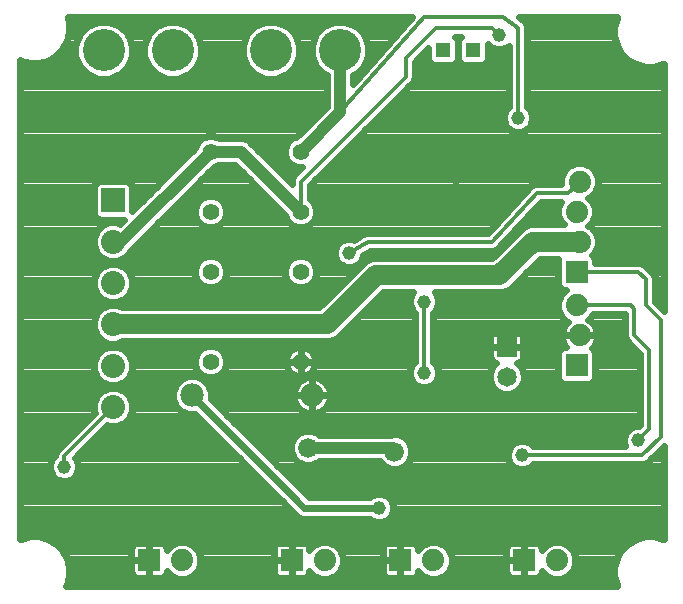
<source format=gbl>
G75*
%MOIN*%
%OFA0B0*%
%FSLAX24Y24*%
%IPPOS*%
%LPD*%
%AMOC8*
5,1,8,0,0,1.08239X$1,22.5*
%
%ADD10C,0.0780*%
%ADD11R,0.0800X0.0800*%
%ADD12C,0.0800*%
%ADD13C,0.1400*%
%ADD14R,0.0515X0.0515*%
%ADD15C,0.0554*%
%ADD16R,0.0740X0.0740*%
%ADD17C,0.0740*%
%ADD18R,0.0650X0.0650*%
%ADD19C,0.0650*%
%ADD20C,0.0240*%
%ADD21C,0.0460*%
%ADD22C,0.0120*%
%ADD23C,0.0660*%
%ADD24C,0.0400*%
%ADD25C,0.0660*%
D10*
X006475Y007100D03*
X010475Y007100D03*
D11*
X003850Y013600D03*
D12*
X003850Y012222D03*
X003850Y010844D03*
X003850Y009466D03*
X003850Y008088D03*
X003850Y006710D03*
D13*
X003538Y018600D03*
X005838Y018600D03*
X009112Y018600D03*
X011412Y018600D03*
D14*
X014850Y018600D03*
X015850Y018600D03*
D15*
X010100Y015225D03*
X010100Y013225D03*
X010100Y011225D03*
X007100Y011225D03*
X007100Y013225D03*
X007100Y015225D03*
X007100Y008225D03*
X010100Y008225D03*
D16*
X009800Y001600D03*
X013425Y001600D03*
X017550Y001600D03*
X019300Y008100D03*
X019300Y011225D03*
X005050Y001600D03*
D17*
X006150Y001600D03*
X010900Y001600D03*
X014525Y001600D03*
X018650Y001600D03*
X019400Y009100D03*
X019300Y010100D03*
X019400Y012225D03*
X019300Y013225D03*
X019400Y014225D03*
D18*
X016975Y008725D03*
D19*
X016975Y007725D03*
D20*
X002315Y001677D02*
X002161Y001943D01*
X001943Y002161D01*
X001677Y002315D01*
X001379Y002395D01*
X001071Y002395D01*
X000773Y002315D01*
X000745Y002299D01*
X000745Y018276D01*
X000773Y018260D01*
X001071Y018180D01*
X001379Y018180D01*
X001677Y018260D01*
X001943Y018414D01*
X002161Y018632D01*
X002315Y018898D01*
X002395Y019196D01*
X002395Y019504D01*
X002342Y019701D01*
X013804Y019701D01*
X011852Y017489D01*
X011852Y017765D01*
X011944Y017803D01*
X012209Y018068D01*
X012352Y018413D01*
X012352Y018787D01*
X012209Y019132D01*
X011944Y019397D01*
X011599Y019540D01*
X011225Y019540D01*
X010880Y019397D01*
X010615Y019132D01*
X010472Y018787D01*
X010472Y018413D01*
X010615Y018068D01*
X010880Y017803D01*
X010972Y017765D01*
X010972Y016719D01*
X009993Y015741D01*
X009807Y015663D01*
X009662Y015518D01*
X009583Y015328D01*
X009583Y015122D01*
X009662Y014932D01*
X009807Y014787D01*
X009997Y014708D01*
X010159Y014708D01*
X009846Y014395D01*
X009800Y014285D01*
X009800Y014147D01*
X008349Y015598D01*
X008188Y015665D01*
X007389Y015665D01*
X007203Y015742D01*
X006997Y015742D01*
X006807Y015663D01*
X006662Y015518D01*
X006584Y015332D01*
X004490Y013237D01*
X004490Y014048D01*
X004453Y014136D01*
X004386Y014203D01*
X004298Y014240D01*
X003402Y014240D01*
X003314Y014203D01*
X003247Y014136D01*
X003210Y014048D01*
X003210Y013152D01*
X003247Y013064D01*
X003314Y012997D01*
X003402Y012960D01*
X004213Y012960D01*
X004075Y012822D01*
X003977Y012862D01*
X003723Y012862D01*
X003487Y012765D01*
X003307Y012585D01*
X003210Y012349D01*
X003210Y012095D01*
X003307Y011860D01*
X003487Y011679D01*
X003723Y011582D01*
X003977Y011582D01*
X004213Y011679D01*
X004393Y011860D01*
X004418Y011921D01*
X007207Y014709D01*
X007389Y014785D01*
X007918Y014785D01*
X009584Y013118D01*
X009662Y012932D01*
X009807Y012787D01*
X009997Y012708D01*
X010203Y012708D01*
X010393Y012787D01*
X010538Y012932D01*
X010617Y013122D01*
X010617Y013328D01*
X010538Y013518D01*
X010400Y013656D01*
X010400Y014101D01*
X013770Y017471D01*
X013854Y017555D01*
X013900Y017665D01*
X013900Y018226D01*
X014353Y018678D01*
X014353Y018295D01*
X014389Y018207D01*
X014457Y018139D01*
X014545Y018103D01*
X015155Y018103D01*
X015243Y018139D01*
X015311Y018207D01*
X015347Y018295D01*
X015347Y018905D01*
X015311Y018993D01*
X015254Y019050D01*
X015446Y019050D01*
X015389Y018993D01*
X015353Y018905D01*
X015353Y018295D01*
X015389Y018207D01*
X015457Y018139D01*
X015545Y018103D01*
X016155Y018103D01*
X016243Y018139D01*
X016311Y018207D01*
X016347Y018295D01*
X016347Y018813D01*
X016459Y018702D01*
X016632Y018630D01*
X016818Y018630D01*
X016991Y018702D01*
X017050Y018760D01*
X017050Y016715D01*
X016952Y016616D01*
X016880Y016443D01*
X012742Y016443D01*
X012504Y016205D02*
X016902Y016205D01*
X016880Y016257D02*
X016952Y016084D01*
X017084Y015952D01*
X017257Y015880D01*
X017443Y015880D01*
X017616Y015952D01*
X017748Y016084D01*
X017820Y016257D01*
X017820Y016443D01*
X022200Y016443D01*
X022200Y016205D02*
X017798Y016205D01*
X017820Y016443D02*
X017748Y016616D01*
X017650Y016715D01*
X017650Y019312D01*
X017655Y019333D01*
X017650Y019371D01*
X017650Y019410D01*
X017642Y019430D01*
X017639Y019451D01*
X017619Y019484D01*
X017604Y019520D01*
X017589Y019535D01*
X017578Y019554D01*
X017547Y019577D01*
X017520Y019604D01*
X017500Y019613D01*
X017382Y019701D01*
X020649Y019701D01*
X020635Y019677D01*
X020555Y019379D01*
X020555Y019071D01*
X020635Y018773D01*
X020789Y018507D01*
X021007Y018289D01*
X021273Y018135D01*
X021571Y018055D01*
X021879Y018055D01*
X022177Y018135D01*
X022200Y018148D01*
X022200Y009924D01*
X021900Y010224D01*
X021900Y011035D01*
X021854Y011145D01*
X021604Y011395D01*
X021520Y011479D01*
X021410Y011525D01*
X019910Y011525D01*
X019910Y011643D01*
X019873Y011731D01*
X019821Y011783D01*
X019917Y011879D01*
X020010Y012104D01*
X020010Y012346D01*
X019917Y012571D01*
X019746Y012742D01*
X019699Y012761D01*
X019817Y012879D01*
X019910Y013104D01*
X022200Y013104D01*
X022200Y012866D02*
X019803Y012866D01*
X019861Y012627D02*
X022200Y012627D01*
X022200Y012389D02*
X019993Y012389D01*
X020010Y012150D02*
X022200Y012150D01*
X022200Y011912D02*
X019930Y011912D01*
X019897Y011673D02*
X022200Y011673D01*
X022200Y011435D02*
X021565Y011435D01*
X021803Y011196D02*
X022200Y011196D01*
X022200Y010958D02*
X021900Y010958D01*
X021900Y010719D02*
X022200Y010719D01*
X022200Y010481D02*
X021900Y010481D01*
X021900Y010242D02*
X022200Y010242D01*
X022200Y010004D02*
X022121Y010004D01*
X020925Y009800D02*
X020925Y009040D01*
X020971Y008930D01*
X021055Y008846D01*
X021055Y008846D01*
X021425Y008476D01*
X021425Y006099D01*
X021396Y006070D01*
X021257Y006070D01*
X021084Y005998D01*
X020952Y005866D01*
X020880Y005693D01*
X020880Y005507D01*
X020924Y005400D01*
X017840Y005400D01*
X017741Y005498D01*
X017568Y005570D01*
X017382Y005570D01*
X017209Y005498D01*
X017077Y005366D01*
X017005Y005193D01*
X017005Y005007D01*
X017077Y004834D01*
X017209Y004702D01*
X017382Y004630D01*
X017568Y004630D01*
X017741Y004702D01*
X017840Y004800D01*
X021535Y004800D01*
X021645Y004846D01*
X022200Y005401D01*
X022200Y002302D01*
X022177Y002315D01*
X021879Y002395D01*
X021571Y002395D01*
X021273Y002315D01*
X021007Y002161D01*
X020789Y001943D01*
X020635Y001677D01*
X020555Y001379D01*
X020555Y001071D01*
X020635Y000773D01*
X020651Y000745D01*
X002299Y000745D01*
X002315Y000773D01*
X002395Y001071D01*
X002395Y001379D01*
X002315Y001677D01*
X002321Y001656D02*
X004460Y001656D01*
X004460Y001600D02*
X005050Y001600D01*
X005050Y001600D01*
X005050Y002190D01*
X005449Y002190D01*
X005505Y002175D01*
X005555Y002146D01*
X005596Y002105D01*
X005625Y002055D01*
X005640Y001999D01*
X005640Y001953D01*
X005804Y002117D01*
X006029Y002210D01*
X006271Y002210D01*
X006496Y002117D01*
X006667Y001946D01*
X006760Y001721D01*
X006760Y001479D01*
X006667Y001254D01*
X006496Y001083D01*
X006271Y000990D01*
X006029Y000990D01*
X005804Y001083D01*
X005640Y001247D01*
X005640Y001201D01*
X005625Y001145D01*
X005596Y001095D01*
X005555Y001054D01*
X005505Y001025D01*
X005449Y001010D01*
X005050Y001010D01*
X005050Y001600D01*
X005050Y001600D01*
X005050Y001600D01*
X005050Y002190D01*
X004651Y002190D01*
X004595Y002175D01*
X004545Y002146D01*
X004504Y002105D01*
X004475Y002055D01*
X004460Y001999D01*
X004460Y001600D01*
X004460Y001201D01*
X004475Y001145D01*
X004504Y001095D01*
X004545Y001054D01*
X004595Y001025D01*
X004651Y001010D01*
X005050Y001010D01*
X005050Y001600D01*
X004460Y001600D01*
X004460Y001418D02*
X002385Y001418D01*
X002395Y001179D02*
X004466Y001179D01*
X005050Y001179D02*
X005050Y001179D01*
X005050Y001418D02*
X005050Y001418D01*
X005050Y001656D02*
X005050Y001656D01*
X005050Y001895D02*
X005050Y001895D01*
X005050Y002133D02*
X005050Y002133D01*
X005568Y002133D02*
X005843Y002133D01*
X006457Y002133D02*
X009282Y002133D01*
X009295Y002146D02*
X009254Y002105D01*
X009225Y002055D01*
X009210Y001999D01*
X009210Y001600D01*
X009800Y001600D01*
X009800Y001600D01*
X009800Y002190D01*
X010199Y002190D01*
X010255Y002175D01*
X010305Y002146D01*
X010346Y002105D01*
X010375Y002055D01*
X010390Y001999D01*
X010390Y001953D01*
X010554Y002117D01*
X010779Y002210D01*
X011021Y002210D01*
X011246Y002117D01*
X011417Y001946D01*
X011510Y001721D01*
X011510Y001479D01*
X011417Y001254D01*
X011246Y001083D01*
X011021Y000990D01*
X010779Y000990D01*
X010554Y001083D01*
X010390Y001247D01*
X010390Y001201D01*
X010375Y001145D01*
X010346Y001095D01*
X010305Y001054D01*
X010255Y001025D01*
X010199Y001010D01*
X009800Y001010D01*
X009800Y001600D01*
X009800Y001600D01*
X009800Y001600D01*
X009800Y002190D01*
X009401Y002190D01*
X009345Y002175D01*
X009295Y002146D01*
X009210Y001895D02*
X006688Y001895D01*
X006760Y001656D02*
X009210Y001656D01*
X009210Y001600D02*
X009210Y001201D01*
X009225Y001145D01*
X009254Y001095D01*
X009295Y001054D01*
X009345Y001025D01*
X009401Y001010D01*
X009800Y001010D01*
X009800Y001600D01*
X009210Y001600D01*
X009210Y001418D02*
X006735Y001418D01*
X006592Y001179D02*
X009216Y001179D01*
X009800Y001179D02*
X009800Y001179D01*
X009800Y001418D02*
X009800Y001418D01*
X009800Y001656D02*
X009800Y001656D01*
X009800Y001895D02*
X009800Y001895D01*
X009800Y002133D02*
X009800Y002133D01*
X010318Y002133D02*
X010593Y002133D01*
X011207Y002133D02*
X012907Y002133D01*
X012920Y002146D02*
X012879Y002105D01*
X012850Y002055D01*
X012835Y001999D01*
X012835Y001600D01*
X013425Y001600D01*
X013425Y001600D01*
X013425Y002190D01*
X013824Y002190D01*
X013880Y002175D01*
X013930Y002146D01*
X013971Y002105D01*
X014000Y002055D01*
X014015Y001999D01*
X014015Y001953D01*
X014179Y002117D01*
X014404Y002210D01*
X014646Y002210D01*
X014871Y002117D01*
X015042Y001946D01*
X015135Y001721D01*
X015135Y001479D01*
X015042Y001254D01*
X014871Y001083D01*
X014646Y000990D01*
X014404Y000990D01*
X014179Y001083D01*
X014015Y001247D01*
X014015Y001201D01*
X014000Y001145D01*
X013971Y001095D01*
X013930Y001054D01*
X013880Y001025D01*
X013824Y001010D01*
X013425Y001010D01*
X013425Y001600D01*
X013425Y001600D01*
X013425Y001600D01*
X013425Y002190D01*
X013026Y002190D01*
X012970Y002175D01*
X012920Y002146D01*
X012835Y001895D02*
X011438Y001895D01*
X011510Y001656D02*
X012835Y001656D01*
X012835Y001600D02*
X012835Y001201D01*
X012850Y001145D01*
X012879Y001095D01*
X012920Y001054D01*
X012970Y001025D01*
X013026Y001010D01*
X013425Y001010D01*
X013425Y001600D01*
X012835Y001600D01*
X012835Y001418D02*
X011485Y001418D01*
X011342Y001179D02*
X012841Y001179D01*
X013425Y001179D02*
X013425Y001179D01*
X013425Y001418D02*
X013425Y001418D01*
X013425Y001656D02*
X013425Y001656D01*
X013425Y001895D02*
X013425Y001895D01*
X013425Y002133D02*
X013425Y002133D01*
X013943Y002133D02*
X014218Y002133D01*
X014832Y002133D02*
X017032Y002133D01*
X017045Y002146D02*
X017004Y002105D01*
X016975Y002055D01*
X016960Y001999D01*
X016960Y001600D01*
X017550Y001600D01*
X017550Y001600D01*
X017550Y002190D01*
X017949Y002190D01*
X018005Y002175D01*
X018055Y002146D01*
X018096Y002105D01*
X018125Y002055D01*
X018140Y001999D01*
X018140Y001953D01*
X018304Y002117D01*
X018529Y002210D01*
X018771Y002210D01*
X018996Y002117D01*
X019167Y001946D01*
X019260Y001721D01*
X019260Y001479D01*
X019167Y001254D01*
X018996Y001083D01*
X018771Y000990D01*
X018529Y000990D01*
X018304Y001083D01*
X018140Y001247D01*
X018140Y001201D01*
X018125Y001145D01*
X018096Y001095D01*
X018055Y001054D01*
X018005Y001025D01*
X017949Y001010D01*
X017550Y001010D01*
X017550Y001600D01*
X017550Y001600D01*
X017550Y001600D01*
X017550Y002190D01*
X017151Y002190D01*
X017095Y002175D01*
X017045Y002146D01*
X016960Y001895D02*
X015063Y001895D01*
X015135Y001656D02*
X016960Y001656D01*
X016960Y001600D02*
X016960Y001201D01*
X016975Y001145D01*
X017004Y001095D01*
X017045Y001054D01*
X017095Y001025D01*
X017151Y001010D01*
X017550Y001010D01*
X017550Y001600D01*
X016960Y001600D01*
X016960Y001418D02*
X015110Y001418D01*
X014967Y001179D02*
X016966Y001179D01*
X017550Y001179D02*
X017550Y001179D01*
X017550Y001418D02*
X017550Y001418D01*
X017550Y001656D02*
X017550Y001656D01*
X017550Y001895D02*
X017550Y001895D01*
X017550Y002133D02*
X017550Y002133D01*
X018068Y002133D02*
X018343Y002133D01*
X018957Y002133D02*
X020978Y002133D01*
X020761Y001895D02*
X019188Y001895D01*
X019260Y001656D02*
X020629Y001656D01*
X020565Y001418D02*
X019235Y001418D01*
X019092Y001179D02*
X020555Y001179D01*
X020590Y000941D02*
X002360Y000941D01*
X002189Y001895D02*
X004460Y001895D01*
X004532Y002133D02*
X001972Y002133D01*
X001467Y002372D02*
X021483Y002372D01*
X021967Y002372D02*
X022200Y002372D01*
X022200Y002610D02*
X000745Y002610D01*
X000745Y002372D02*
X000983Y002372D01*
X000745Y002849D02*
X022200Y002849D01*
X022200Y003087D02*
X013125Y003087D01*
X013123Y003084D02*
X013195Y003257D01*
X013195Y003443D01*
X013123Y003616D01*
X012991Y003748D01*
X012818Y003820D01*
X012632Y003820D01*
X012459Y003748D01*
X012420Y003710D01*
X010374Y003710D01*
X007105Y006979D01*
X007105Y007225D01*
X007009Y007457D01*
X006832Y007634D01*
X006600Y007730D01*
X006350Y007730D01*
X006118Y007634D01*
X005941Y007457D01*
X005845Y007225D01*
X005845Y006975D01*
X005941Y006743D01*
X006118Y006566D01*
X006350Y006470D01*
X006596Y006470D01*
X010021Y003045D01*
X010153Y002990D01*
X012420Y002990D01*
X012459Y002952D01*
X012632Y002880D01*
X012818Y002880D01*
X012991Y002952D01*
X013123Y003084D01*
X013195Y003326D02*
X022200Y003326D01*
X022200Y003564D02*
X013145Y003564D01*
X012861Y003803D02*
X022200Y003803D01*
X022200Y004041D02*
X010043Y004041D01*
X009805Y004280D02*
X022200Y004280D01*
X022200Y004518D02*
X009566Y004518D01*
X009328Y004757D02*
X012887Y004757D01*
X012902Y004742D02*
X013112Y004655D01*
X013338Y004655D01*
X013548Y004742D01*
X013708Y004902D01*
X013795Y005112D01*
X013795Y005338D01*
X013708Y005548D01*
X013548Y005708D01*
X013338Y005795D01*
X013112Y005795D01*
X013100Y005790D01*
X010716Y005790D01*
X010673Y005833D01*
X010463Y005920D01*
X010237Y005920D01*
X010027Y005833D01*
X009867Y005673D01*
X009780Y005463D01*
X009780Y005237D01*
X009867Y005027D01*
X010027Y004867D01*
X010237Y004780D01*
X010463Y004780D01*
X010673Y004867D01*
X010716Y004910D01*
X012739Y004910D01*
X012742Y004902D01*
X012902Y004742D01*
X013563Y004757D02*
X017154Y004757D01*
X017010Y004995D02*
X013747Y004995D01*
X013795Y005234D02*
X017022Y005234D01*
X017182Y005472D02*
X013740Y005472D01*
X013542Y005711D02*
X020887Y005711D01*
X020894Y005472D02*
X017768Y005472D01*
X017796Y004757D02*
X022200Y004757D01*
X022200Y004995D02*
X021794Y004995D01*
X022033Y005234D02*
X022200Y005234D01*
X021425Y006188D02*
X007897Y006188D01*
X007658Y006426D02*
X021425Y006426D01*
X021425Y006665D02*
X010902Y006665D01*
X010872Y006635D02*
X010940Y006703D01*
X010997Y006780D01*
X011040Y006866D01*
X011070Y006957D01*
X011085Y007052D01*
X011085Y007100D01*
X011085Y007148D01*
X011070Y007243D01*
X011040Y007334D01*
X010997Y007420D01*
X010940Y007497D01*
X010872Y007565D01*
X010795Y007622D01*
X010709Y007665D01*
X010618Y007695D01*
X010523Y007710D01*
X010475Y007710D01*
X010475Y007100D01*
X011085Y007100D01*
X010475Y007100D01*
X010475Y007100D01*
X010475Y007100D01*
X010475Y006490D01*
X010523Y006490D01*
X010618Y006505D01*
X010709Y006535D01*
X010795Y006578D01*
X010872Y006635D01*
X011052Y006903D02*
X021425Y006903D01*
X021425Y007142D02*
X011085Y007142D01*
X011017Y007380D02*
X014131Y007380D01*
X014132Y007380D02*
X014318Y007380D01*
X014491Y007452D01*
X014623Y007584D01*
X014695Y007757D01*
X014695Y007943D01*
X014623Y008116D01*
X014525Y008215D01*
X014525Y009860D01*
X014623Y009959D01*
X014695Y010132D01*
X014695Y010318D01*
X014623Y010491D01*
X014585Y010530D01*
X016838Y010530D01*
X017048Y010617D01*
X018086Y011655D01*
X018695Y011655D01*
X018690Y011643D01*
X018690Y010807D01*
X018727Y010719D01*
X017150Y010719D01*
X017389Y010958D02*
X018690Y010958D01*
X018690Y011196D02*
X017627Y011196D01*
X017866Y011435D02*
X018690Y011435D01*
X018727Y010719D02*
X018794Y010652D01*
X018882Y010615D01*
X018952Y010615D01*
X018783Y010446D01*
X018690Y010221D01*
X018690Y009979D01*
X018783Y009754D01*
X018954Y009583D01*
X019022Y009555D01*
X019016Y009550D01*
X018950Y009484D01*
X018895Y009409D01*
X018853Y009326D01*
X018825Y009238D01*
X018810Y009146D01*
X018810Y009100D01*
X019400Y009100D01*
X019990Y009100D01*
X019990Y009146D01*
X019975Y009238D01*
X019947Y009326D01*
X019905Y009409D01*
X019850Y009484D01*
X019784Y009550D01*
X019709Y009605D01*
X019681Y009619D01*
X019817Y009754D01*
X019836Y009800D01*
X020925Y009800D01*
X020925Y009765D02*
X019821Y009765D01*
X019808Y009527D02*
X020925Y009527D01*
X020925Y009288D02*
X019959Y009288D01*
X019990Y009100D02*
X019400Y009100D01*
X019400Y009100D01*
X019400Y009100D01*
X018810Y009100D01*
X018810Y009054D01*
X018825Y008962D01*
X018853Y008874D01*
X018895Y008791D01*
X018950Y008716D01*
X018956Y008710D01*
X018882Y008710D01*
X018794Y008673D01*
X018727Y008606D01*
X018690Y008518D01*
X018690Y007682D01*
X018727Y007594D01*
X018794Y007527D01*
X018882Y007490D01*
X019718Y007490D01*
X019806Y007527D01*
X019873Y007594D01*
X019910Y007682D01*
X019910Y008518D01*
X019873Y008606D01*
X019807Y008673D01*
X019850Y008716D01*
X019905Y008791D01*
X019947Y008874D01*
X019975Y008962D01*
X019990Y009054D01*
X019990Y009100D01*
X019989Y009050D02*
X020925Y009050D01*
X021090Y008811D02*
X019915Y008811D01*
X019887Y008573D02*
X021328Y008573D01*
X021425Y008334D02*
X019910Y008334D01*
X019910Y008096D02*
X021425Y008096D01*
X021425Y007857D02*
X019910Y007857D01*
X019884Y007619D02*
X021425Y007619D01*
X021425Y007380D02*
X017429Y007380D01*
X017454Y007405D02*
X017295Y007246D01*
X017087Y007160D01*
X016863Y007160D01*
X016655Y007246D01*
X016496Y007405D01*
X016410Y007613D01*
X016410Y007837D01*
X016496Y008045D01*
X016631Y008180D01*
X016621Y008180D01*
X016565Y008195D01*
X016515Y008224D01*
X016474Y008265D01*
X016445Y008315D01*
X016430Y008371D01*
X016430Y008725D01*
X016430Y009079D01*
X016445Y009135D01*
X016474Y009185D01*
X016515Y009226D01*
X016565Y009255D01*
X016621Y009270D01*
X016975Y009270D01*
X016975Y008725D01*
X016975Y008725D01*
X017520Y008725D01*
X017520Y009079D01*
X017505Y009135D01*
X017476Y009185D01*
X017435Y009226D01*
X017385Y009255D01*
X017329Y009270D01*
X016975Y009270D01*
X016975Y008725D01*
X016975Y008725D01*
X017520Y008725D01*
X017520Y008371D01*
X017505Y008315D01*
X017476Y008265D01*
X017435Y008224D01*
X017385Y008195D01*
X017329Y008180D01*
X017319Y008180D01*
X017454Y008045D01*
X017540Y007837D01*
X017540Y007613D01*
X017454Y007405D01*
X017540Y007619D02*
X018716Y007619D01*
X018690Y007857D02*
X017532Y007857D01*
X017404Y008096D02*
X018690Y008096D01*
X018690Y008334D02*
X017510Y008334D01*
X017520Y008573D02*
X018713Y008573D01*
X018885Y008811D02*
X017520Y008811D01*
X017520Y009050D02*
X018811Y009050D01*
X018841Y009288D02*
X014525Y009288D01*
X014525Y009527D02*
X018992Y009527D01*
X018778Y009765D02*
X014525Y009765D01*
X014642Y010004D02*
X018690Y010004D01*
X018699Y010242D02*
X014695Y010242D01*
X014628Y010481D02*
X018818Y010481D01*
X016975Y009050D02*
X016975Y009050D01*
X016975Y008811D02*
X016975Y008811D01*
X016975Y008725D02*
X016975Y008725D01*
X016430Y008725D01*
X016975Y008725D01*
X016430Y008811D02*
X014525Y008811D01*
X014525Y008573D02*
X016430Y008573D01*
X016440Y008334D02*
X014525Y008334D01*
X014632Y008096D02*
X016546Y008096D01*
X016418Y007857D02*
X014695Y007857D01*
X014638Y007619D02*
X016410Y007619D01*
X016521Y007380D02*
X014319Y007380D01*
X014132Y007380D02*
X013959Y007452D01*
X013827Y007584D01*
X013755Y007757D01*
X013755Y007943D01*
X013827Y008116D01*
X013925Y008215D01*
X013925Y009860D01*
X013827Y009959D01*
X013755Y010132D01*
X013755Y010318D01*
X013827Y010491D01*
X013865Y010530D01*
X012836Y010530D01*
X011289Y008983D01*
X011080Y008896D01*
X004146Y008896D01*
X003977Y008826D01*
X003723Y008826D01*
X003487Y008924D01*
X003307Y009104D01*
X003210Y009339D01*
X003210Y009593D01*
X003307Y009829D01*
X003487Y010009D01*
X003723Y010106D01*
X003977Y010106D01*
X004146Y010036D01*
X010730Y010036D01*
X012117Y011423D01*
X012277Y011583D01*
X012487Y011670D01*
X016489Y011670D01*
X017367Y012548D01*
X017527Y012708D01*
X017737Y012795D01*
X018867Y012795D01*
X018783Y012879D01*
X018690Y013104D01*
X017695Y013104D01*
X017915Y013343D02*
X018690Y013343D01*
X018690Y013346D02*
X018690Y013104D01*
X018690Y013346D02*
X018774Y013550D01*
X018106Y013550D01*
X016732Y012061D01*
X016729Y012055D01*
X016691Y012017D01*
X016655Y011978D01*
X016649Y011975D01*
X016645Y011971D01*
X016595Y011950D01*
X016547Y011928D01*
X016540Y011927D01*
X016535Y011925D01*
X016481Y011925D01*
X016427Y011923D01*
X016422Y011925D01*
X012433Y011925D01*
X012195Y011782D01*
X012195Y011757D01*
X012123Y011584D01*
X011991Y011452D01*
X011818Y011380D01*
X011632Y011380D01*
X011459Y011452D01*
X011327Y011584D01*
X011255Y011757D01*
X011255Y011943D01*
X011327Y012116D01*
X011459Y012248D01*
X011632Y012320D01*
X011818Y012320D01*
X011882Y012294D01*
X012164Y012463D01*
X012180Y012479D01*
X012215Y012494D01*
X012247Y012513D01*
X012269Y012516D01*
X012290Y012525D01*
X012328Y012525D01*
X012365Y012531D01*
X012387Y012525D01*
X016344Y012525D01*
X017718Y014014D01*
X017721Y014020D01*
X017759Y014058D01*
X010400Y014058D01*
X010400Y013820D02*
X017539Y013820D01*
X017759Y014058D02*
X017795Y014097D01*
X017801Y014100D01*
X017805Y014104D01*
X017855Y014125D01*
X017903Y014147D01*
X017910Y014148D01*
X017915Y014150D01*
X017969Y014150D01*
X018023Y014152D01*
X018028Y014150D01*
X018790Y014150D01*
X018790Y014346D01*
X018883Y014571D01*
X019054Y014742D01*
X019279Y014835D01*
X019521Y014835D01*
X019746Y014742D01*
X019917Y014571D01*
X020010Y014346D01*
X020010Y014104D01*
X019917Y013879D01*
X019746Y013708D01*
X019699Y013689D01*
X019817Y013571D01*
X019910Y013346D01*
X019910Y013104D01*
X019910Y013343D02*
X022200Y013343D01*
X022200Y013581D02*
X019807Y013581D01*
X019857Y013820D02*
X022200Y013820D01*
X022200Y014058D02*
X019991Y014058D01*
X020010Y014297D02*
X022200Y014297D01*
X022200Y014535D02*
X019932Y014535D01*
X019670Y014774D02*
X022200Y014774D01*
X022200Y015012D02*
X011311Y015012D01*
X011073Y014774D02*
X019130Y014774D01*
X018868Y014535D02*
X010834Y014535D01*
X010596Y014297D02*
X018790Y014297D01*
X017318Y013581D02*
X010475Y013581D01*
X010611Y013343D02*
X017098Y013343D01*
X016878Y013104D02*
X010610Y013104D01*
X010472Y012866D02*
X016658Y012866D01*
X016438Y012627D02*
X005124Y012627D01*
X004886Y012389D02*
X012039Y012389D01*
X012411Y011912D02*
X016730Y011912D01*
X016492Y011673D02*
X012160Y011673D01*
X012128Y011435D02*
X011950Y011435D01*
X011890Y011196D02*
X010617Y011196D01*
X010617Y011122D02*
X010538Y010932D01*
X010393Y010787D01*
X010203Y010708D01*
X009997Y010708D01*
X009807Y010787D01*
X009662Y010932D01*
X009583Y011122D01*
X009583Y011328D01*
X009662Y011518D01*
X009807Y011663D01*
X009997Y011742D01*
X010203Y011742D01*
X010393Y011663D01*
X010538Y011518D01*
X010617Y011328D01*
X010617Y011122D01*
X010549Y010958D02*
X011651Y010958D01*
X011413Y010719D02*
X010230Y010719D01*
X009970Y010719D02*
X007230Y010719D01*
X007203Y010708D02*
X007393Y010787D01*
X007538Y010932D01*
X007617Y011122D01*
X007617Y011328D01*
X007538Y011518D01*
X007393Y011663D01*
X007203Y011742D01*
X006997Y011742D01*
X006807Y011663D01*
X006662Y011518D01*
X006583Y011328D01*
X006583Y011122D01*
X006662Y010932D01*
X006807Y010787D01*
X006997Y010708D01*
X007203Y010708D01*
X006970Y010719D02*
X004490Y010719D01*
X004490Y010717D02*
X004393Y010482D01*
X004213Y010302D01*
X003977Y010204D01*
X003723Y010204D01*
X003487Y010302D01*
X003307Y010482D01*
X003210Y010717D01*
X003210Y010971D01*
X003307Y011207D01*
X003487Y011387D01*
X003723Y011484D01*
X003977Y011484D01*
X004213Y011387D01*
X004393Y011207D01*
X004490Y010971D01*
X004490Y010717D01*
X004490Y010958D02*
X006651Y010958D01*
X006583Y011196D02*
X004397Y011196D01*
X004097Y011435D02*
X006627Y011435D01*
X006830Y011673D02*
X004197Y011673D01*
X004414Y011912D02*
X011255Y011912D01*
X011290Y011673D02*
X010370Y011673D01*
X010573Y011435D02*
X011500Y011435D01*
X011360Y012150D02*
X004647Y012150D01*
X004118Y012866D02*
X000745Y012866D01*
X000745Y013104D02*
X003230Y013104D01*
X003210Y013343D02*
X000745Y013343D01*
X000745Y013581D02*
X003210Y013581D01*
X003210Y013820D02*
X000745Y013820D01*
X000745Y014058D02*
X003214Y014058D01*
X004486Y014058D02*
X005311Y014058D01*
X005549Y014297D02*
X000745Y014297D01*
X000745Y014535D02*
X005788Y014535D01*
X006026Y014774D02*
X000745Y014774D01*
X000745Y015012D02*
X006265Y015012D01*
X006503Y015251D02*
X000745Y015251D01*
X000745Y015489D02*
X006650Y015489D01*
X006962Y015728D02*
X000745Y015728D01*
X000745Y015966D02*
X010219Y015966D01*
X010457Y016205D02*
X000745Y016205D01*
X000745Y016443D02*
X010696Y016443D01*
X010934Y016682D02*
X000745Y016682D01*
X000745Y016920D02*
X010972Y016920D01*
X010972Y017159D02*
X000745Y017159D01*
X000745Y017397D02*
X010972Y017397D01*
X010972Y017636D02*
X000745Y017636D01*
X000745Y017874D02*
X002935Y017874D01*
X003006Y017803D02*
X002741Y018068D01*
X002598Y018413D01*
X002598Y018787D01*
X002741Y019132D01*
X003006Y019397D01*
X003351Y019540D01*
X003725Y019540D01*
X004070Y019397D01*
X004335Y019132D01*
X004478Y018787D01*
X004478Y018413D01*
X004335Y018068D01*
X004070Y017803D01*
X003725Y017660D01*
X003351Y017660D01*
X003006Y017803D01*
X002722Y018113D02*
X000745Y018113D01*
X001835Y018351D02*
X002624Y018351D01*
X002598Y018590D02*
X002119Y018590D01*
X002275Y018828D02*
X002615Y018828D01*
X002714Y019067D02*
X002360Y019067D01*
X002395Y019305D02*
X002914Y019305D01*
X002384Y019544D02*
X013665Y019544D01*
X013454Y019305D02*
X012036Y019305D01*
X012236Y019067D02*
X013244Y019067D01*
X013033Y018828D02*
X012335Y018828D01*
X012352Y018590D02*
X012823Y018590D01*
X012613Y018351D02*
X012326Y018351D01*
X012402Y018113D02*
X012228Y018113D01*
X012192Y017874D02*
X012015Y017874D01*
X011981Y017636D02*
X011852Y017636D01*
X010809Y017874D02*
X009715Y017874D01*
X009644Y017803D02*
X009909Y018068D01*
X010052Y018413D01*
X010052Y018787D01*
X009909Y019132D01*
X009644Y019397D01*
X009299Y019540D01*
X008925Y019540D01*
X008580Y019397D01*
X008315Y019132D01*
X008172Y018787D01*
X008172Y018413D01*
X008315Y018068D01*
X008580Y017803D01*
X008925Y017660D01*
X009299Y017660D01*
X009644Y017803D01*
X009928Y018113D02*
X010596Y018113D01*
X010498Y018351D02*
X010026Y018351D01*
X010052Y018590D02*
X010472Y018590D01*
X010489Y018828D02*
X010035Y018828D01*
X009936Y019067D02*
X010588Y019067D01*
X010788Y019305D02*
X009736Y019305D01*
X008488Y019305D02*
X006462Y019305D01*
X006370Y019397D02*
X006025Y019540D01*
X005651Y019540D01*
X005306Y019397D01*
X005041Y019132D01*
X004898Y018787D01*
X004898Y018413D01*
X005041Y018068D01*
X005306Y017803D01*
X005651Y017660D01*
X006025Y017660D01*
X006370Y017803D01*
X006635Y018068D01*
X006778Y018413D01*
X006778Y018787D01*
X006635Y019132D01*
X006370Y019397D01*
X006662Y019067D02*
X008288Y019067D01*
X008189Y018828D02*
X006761Y018828D01*
X006778Y018590D02*
X008172Y018590D01*
X008198Y018351D02*
X006752Y018351D01*
X006654Y018113D02*
X008296Y018113D01*
X008509Y017874D02*
X006441Y017874D01*
X005235Y017874D02*
X004141Y017874D01*
X004354Y018113D02*
X005022Y018113D01*
X004924Y018351D02*
X004452Y018351D01*
X004478Y018590D02*
X004898Y018590D01*
X004915Y018828D02*
X004461Y018828D01*
X004362Y019067D02*
X005014Y019067D01*
X005214Y019305D02*
X004162Y019305D01*
X007238Y015728D02*
X009962Y015728D01*
X009650Y015489D02*
X008458Y015489D01*
X008697Y015251D02*
X009583Y015251D01*
X009628Y015012D02*
X008935Y015012D01*
X009174Y014774D02*
X009839Y014774D01*
X009986Y014535D02*
X009412Y014535D01*
X009651Y014297D02*
X009805Y014297D01*
X009122Y013581D02*
X007475Y013581D01*
X007538Y013518D02*
X007393Y013663D01*
X007203Y013742D01*
X006997Y013742D01*
X006807Y013663D01*
X006662Y013518D01*
X006583Y013328D01*
X006583Y013122D01*
X006662Y012932D01*
X006807Y012787D01*
X006997Y012708D01*
X007203Y012708D01*
X007393Y012787D01*
X007538Y012932D01*
X007617Y013122D01*
X007617Y013328D01*
X007538Y013518D01*
X007611Y013343D02*
X009360Y013343D01*
X009590Y013104D02*
X007610Y013104D01*
X007472Y012866D02*
X009728Y012866D01*
X008883Y013820D02*
X006317Y013820D01*
X006555Y014058D02*
X008645Y014058D01*
X008406Y014297D02*
X006794Y014297D01*
X007032Y014535D02*
X008168Y014535D01*
X007929Y014774D02*
X007361Y014774D01*
X006725Y013581D02*
X006078Y013581D01*
X005840Y013343D02*
X006589Y013343D01*
X006590Y013104D02*
X005601Y013104D01*
X005363Y012866D02*
X006728Y012866D01*
X007370Y011673D02*
X009830Y011673D01*
X009627Y011435D02*
X007573Y011435D01*
X007617Y011196D02*
X009583Y011196D01*
X009651Y010958D02*
X007549Y010958D01*
X007203Y008742D02*
X006997Y008742D01*
X006807Y008663D01*
X006662Y008518D01*
X006583Y008328D01*
X006583Y008122D01*
X006662Y007932D01*
X006807Y007787D01*
X006997Y007708D01*
X007203Y007708D01*
X007393Y007787D01*
X007538Y007932D01*
X007617Y008122D01*
X007617Y008328D01*
X007538Y008518D01*
X007393Y008663D01*
X007203Y008742D01*
X007484Y008573D02*
X009744Y008573D01*
X009721Y008549D02*
X009675Y008486D01*
X009639Y008416D01*
X009615Y008341D01*
X009603Y008264D01*
X009603Y008225D01*
X009603Y008186D01*
X009615Y008109D01*
X009639Y008034D01*
X009675Y007964D01*
X009721Y007901D01*
X009776Y007846D01*
X009839Y007800D01*
X009909Y007764D01*
X009984Y007740D01*
X010061Y007728D01*
X010100Y007728D01*
X010139Y007728D01*
X010216Y007740D01*
X010291Y007764D01*
X010361Y007800D01*
X010424Y007846D01*
X010479Y007901D01*
X010525Y007964D01*
X010561Y008034D01*
X010585Y008109D01*
X010597Y008186D01*
X010597Y008225D01*
X010597Y008264D01*
X010585Y008341D01*
X010561Y008416D01*
X010525Y008486D01*
X010479Y008549D01*
X010424Y008604D01*
X010361Y008650D01*
X010291Y008686D01*
X010216Y008710D01*
X010139Y008722D01*
X010100Y008722D01*
X010100Y008225D01*
X010100Y008225D01*
X010597Y008225D01*
X010100Y008225D01*
X010100Y008225D01*
X010100Y008225D01*
X009603Y008225D01*
X010100Y008225D01*
X010100Y008722D01*
X010061Y008722D01*
X009984Y008710D01*
X009909Y008686D01*
X009839Y008650D01*
X009776Y008604D01*
X009721Y008549D01*
X009614Y008334D02*
X007615Y008334D01*
X007606Y008096D02*
X009619Y008096D01*
X009765Y007857D02*
X007463Y007857D01*
X007041Y007380D02*
X009933Y007380D01*
X009953Y007420D02*
X009910Y007334D01*
X009880Y007243D01*
X009865Y007148D01*
X009865Y007100D01*
X010475Y007100D01*
X010475Y007100D01*
X010475Y007100D01*
X010475Y007710D01*
X010427Y007710D01*
X010332Y007695D01*
X010241Y007665D01*
X010155Y007622D01*
X010078Y007565D01*
X010010Y007497D01*
X009953Y007420D01*
X010151Y007619D02*
X006847Y007619D01*
X006737Y007857D02*
X004447Y007857D01*
X004490Y007961D02*
X004393Y007726D01*
X004213Y007546D01*
X003977Y007448D01*
X003723Y007448D01*
X003487Y007546D01*
X003307Y007726D01*
X003210Y007961D01*
X003210Y008215D01*
X003307Y008451D01*
X003487Y008631D01*
X003723Y008728D01*
X003977Y008728D01*
X004213Y008631D01*
X004393Y008451D01*
X004490Y008215D01*
X004490Y007961D01*
X004490Y008096D02*
X006594Y008096D01*
X006585Y008334D02*
X004441Y008334D01*
X004271Y008573D02*
X006716Y008573D01*
X006103Y007619D02*
X004285Y007619D01*
X004213Y007253D02*
X003977Y007350D01*
X003723Y007350D01*
X003487Y007253D01*
X003307Y007073D01*
X003210Y006838D01*
X003210Y006583D01*
X003236Y006520D01*
X001971Y005255D01*
X001925Y005145D01*
X001925Y005090D01*
X001827Y004991D01*
X001755Y004818D01*
X001755Y004632D01*
X001827Y004459D01*
X001959Y004327D01*
X002132Y004255D01*
X002318Y004255D01*
X002491Y004327D01*
X002623Y004459D01*
X002695Y004632D01*
X002695Y004818D01*
X002623Y004991D01*
X002589Y005025D01*
X003660Y006096D01*
X003723Y006070D01*
X003977Y006070D01*
X004213Y006168D01*
X004393Y006348D01*
X004490Y006583D01*
X004490Y006838D01*
X004393Y007073D01*
X004213Y007253D01*
X004324Y007142D02*
X005845Y007142D01*
X005875Y006903D02*
X004463Y006903D01*
X004490Y006665D02*
X006020Y006665D01*
X006475Y007100D02*
X010225Y003350D01*
X012725Y003350D01*
X012589Y003803D02*
X010282Y003803D01*
X009740Y003326D02*
X000745Y003326D01*
X000745Y003564D02*
X009502Y003564D01*
X009263Y003803D02*
X000745Y003803D01*
X000745Y004041D02*
X009025Y004041D01*
X008786Y004280D02*
X002378Y004280D01*
X002072Y004280D02*
X000745Y004280D01*
X000745Y004518D02*
X001802Y004518D01*
X001755Y004757D02*
X000745Y004757D01*
X000745Y004995D02*
X001830Y004995D01*
X001962Y005234D02*
X000745Y005234D01*
X000745Y005472D02*
X002188Y005472D01*
X002426Y005711D02*
X000745Y005711D01*
X000745Y005949D02*
X002665Y005949D01*
X002903Y006188D02*
X000745Y006188D01*
X000745Y006426D02*
X003142Y006426D01*
X003210Y006665D02*
X000745Y006665D01*
X000745Y006903D02*
X003237Y006903D01*
X003376Y007142D02*
X000745Y007142D01*
X000745Y007380D02*
X005909Y007380D01*
X006640Y006426D02*
X004425Y006426D01*
X004232Y006188D02*
X006878Y006188D01*
X007117Y005949D02*
X003513Y005949D01*
X003275Y005711D02*
X007355Y005711D01*
X007594Y005472D02*
X003036Y005472D01*
X002798Y005234D02*
X007832Y005234D01*
X008071Y004995D02*
X002620Y004995D01*
X002695Y004757D02*
X008309Y004757D01*
X008548Y004518D02*
X002648Y004518D01*
X000745Y003087D02*
X009979Y003087D01*
X009899Y004995D02*
X009089Y004995D01*
X008851Y005234D02*
X009781Y005234D01*
X009784Y005472D02*
X008612Y005472D01*
X008374Y005711D02*
X009904Y005711D01*
X010241Y006535D02*
X010332Y006505D01*
X010427Y006490D01*
X010475Y006490D01*
X010475Y007100D01*
X009865Y007100D01*
X009865Y007052D01*
X009880Y006957D01*
X009910Y006866D01*
X009953Y006780D01*
X010010Y006703D01*
X010078Y006635D01*
X010155Y006578D01*
X010241Y006535D01*
X010048Y006665D02*
X007420Y006665D01*
X007181Y006903D02*
X009898Y006903D01*
X009865Y007142D02*
X007105Y007142D01*
X008135Y005949D02*
X021034Y005949D01*
X016430Y009050D02*
X014525Y009050D01*
X013925Y009050D02*
X011356Y009050D01*
X011594Y009288D02*
X013925Y009288D01*
X013925Y009527D02*
X011833Y009527D01*
X012071Y009765D02*
X013925Y009765D01*
X013808Y010004D02*
X012310Y010004D01*
X012548Y010242D02*
X013755Y010242D01*
X013822Y010481D02*
X012787Y010481D01*
X011174Y010481D02*
X004392Y010481D01*
X004069Y010242D02*
X010936Y010242D01*
X010456Y008573D02*
X013925Y008573D01*
X013925Y008811D02*
X000745Y008811D01*
X000745Y008573D02*
X003429Y008573D01*
X003259Y008334D02*
X000745Y008334D01*
X000745Y008096D02*
X003210Y008096D01*
X003253Y007857D02*
X000745Y007857D01*
X000745Y007619D02*
X003415Y007619D01*
X003362Y009050D02*
X000745Y009050D01*
X000745Y009288D02*
X003231Y009288D01*
X003210Y009527D02*
X000745Y009527D01*
X000745Y009765D02*
X003281Y009765D01*
X003482Y010004D02*
X000745Y010004D01*
X000745Y010242D02*
X003631Y010242D01*
X003308Y010481D02*
X000745Y010481D01*
X000745Y010719D02*
X003210Y010719D01*
X003210Y010958D02*
X000745Y010958D01*
X000745Y011196D02*
X003303Y011196D01*
X003603Y011435D02*
X000745Y011435D01*
X000745Y011673D02*
X003503Y011673D01*
X003286Y011912D02*
X000745Y011912D01*
X000745Y012150D02*
X003210Y012150D01*
X003226Y012389D02*
X000745Y012389D01*
X000745Y012627D02*
X003350Y012627D01*
X004490Y013343D02*
X004595Y013343D01*
X004490Y013581D02*
X004834Y013581D01*
X005072Y013820D02*
X004490Y013820D01*
X010100Y008573D02*
X010100Y008573D01*
X010100Y008334D02*
X010100Y008334D01*
X010100Y008225D02*
X010100Y007728D01*
X010100Y008225D01*
X010100Y008225D01*
X010100Y008096D02*
X010100Y008096D01*
X010100Y007857D02*
X010100Y007857D01*
X010435Y007857D02*
X013755Y007857D01*
X013812Y007619D02*
X010799Y007619D01*
X010475Y007619D02*
X010475Y007619D01*
X010475Y007380D02*
X010475Y007380D01*
X010475Y007142D02*
X010475Y007142D01*
X010475Y006903D02*
X010475Y006903D01*
X010475Y006665D02*
X010475Y006665D01*
X010581Y008096D02*
X013818Y008096D01*
X013925Y008334D02*
X010586Y008334D01*
X016814Y012150D02*
X016969Y012150D01*
X017034Y012389D02*
X017207Y012389D01*
X017254Y012627D02*
X017446Y012627D01*
X017475Y012866D02*
X018797Y012866D01*
X017631Y015966D02*
X022200Y015966D01*
X022200Y015728D02*
X012027Y015728D01*
X012265Y015966D02*
X017069Y015966D01*
X016880Y016257D02*
X016880Y016443D01*
X017017Y016682D02*
X012981Y016682D01*
X013219Y016920D02*
X017050Y016920D01*
X017050Y017159D02*
X013458Y017159D01*
X013696Y017397D02*
X017050Y017397D01*
X017050Y017636D02*
X013888Y017636D01*
X013900Y017874D02*
X017050Y017874D01*
X017050Y018113D02*
X016179Y018113D01*
X016347Y018351D02*
X017050Y018351D01*
X017050Y018590D02*
X016347Y018590D01*
X015521Y018113D02*
X015179Y018113D01*
X015347Y018351D02*
X015353Y018351D01*
X015347Y018590D02*
X015353Y018590D01*
X015347Y018828D02*
X015353Y018828D01*
X014521Y018113D02*
X013900Y018113D01*
X014025Y018351D02*
X014353Y018351D01*
X014353Y018590D02*
X014264Y018590D01*
X017650Y018590D02*
X020741Y018590D01*
X020620Y018828D02*
X017650Y018828D01*
X017650Y019067D02*
X020556Y019067D01*
X020555Y019305D02*
X017650Y019305D01*
X017584Y019544D02*
X020599Y019544D01*
X020944Y018351D02*
X017650Y018351D01*
X017650Y018113D02*
X021356Y018113D01*
X022094Y018113D02*
X022200Y018113D01*
X022200Y017874D02*
X017650Y017874D01*
X017650Y017636D02*
X022200Y017636D01*
X022200Y017397D02*
X017650Y017397D01*
X017650Y017159D02*
X022200Y017159D01*
X022200Y016920D02*
X017650Y016920D01*
X017683Y016682D02*
X022200Y016682D01*
X022200Y015489D02*
X011788Y015489D01*
X011550Y015251D02*
X022200Y015251D01*
X018208Y001179D02*
X018134Y001179D01*
X014083Y001179D02*
X014009Y001179D01*
X010458Y001179D02*
X010384Y001179D01*
X005708Y001179D02*
X005634Y001179D01*
D21*
X002225Y004725D03*
X011725Y011850D03*
X014225Y010225D03*
X015975Y009100D03*
X014225Y007850D03*
X017475Y005100D03*
X021350Y005600D03*
X016225Y013225D03*
X017350Y016350D03*
X016725Y019100D03*
X012225Y014475D03*
X012725Y003350D03*
D22*
X017475Y005100D02*
X021475Y005100D01*
X022100Y005725D01*
X022100Y009600D01*
X021600Y010100D01*
X021600Y010975D01*
X021350Y011225D01*
X019300Y011225D01*
X019300Y010100D02*
X021100Y010100D01*
X021225Y009975D01*
X021225Y009100D01*
X021725Y008600D01*
X021725Y005975D01*
X021350Y005600D01*
X018600Y009100D02*
X015975Y009100D01*
X014225Y010225D02*
X014225Y007850D01*
X011725Y011850D02*
X012350Y012225D01*
X016475Y012225D01*
X017975Y013850D01*
X019025Y013850D01*
X019400Y014225D01*
X017350Y016350D02*
X017350Y019350D01*
X016850Y019725D01*
X014225Y019725D01*
X011412Y016537D01*
X012225Y014475D02*
X014975Y014475D01*
X016225Y013225D01*
X016475Y013225D01*
X013600Y017725D02*
X013600Y018350D01*
X014600Y019350D01*
X016475Y019350D01*
X016725Y019100D01*
X013600Y017725D02*
X010100Y014225D01*
X010100Y013225D01*
X003850Y006710D02*
X002225Y005085D01*
X002225Y004725D01*
D23*
X010350Y005350D03*
X013225Y005225D03*
D24*
X013100Y005350D01*
X010350Y005350D01*
X004097Y012222D02*
X003850Y012222D01*
X004097Y012222D02*
X007100Y015225D01*
X008100Y015225D01*
X010100Y013225D01*
X010100Y015225D02*
X011412Y016537D01*
X011412Y018600D01*
D25*
X017850Y012225D02*
X019400Y012225D01*
X017850Y012225D02*
X016725Y011100D01*
X012600Y011100D01*
X010966Y009466D01*
X003850Y009466D01*
M02*

</source>
